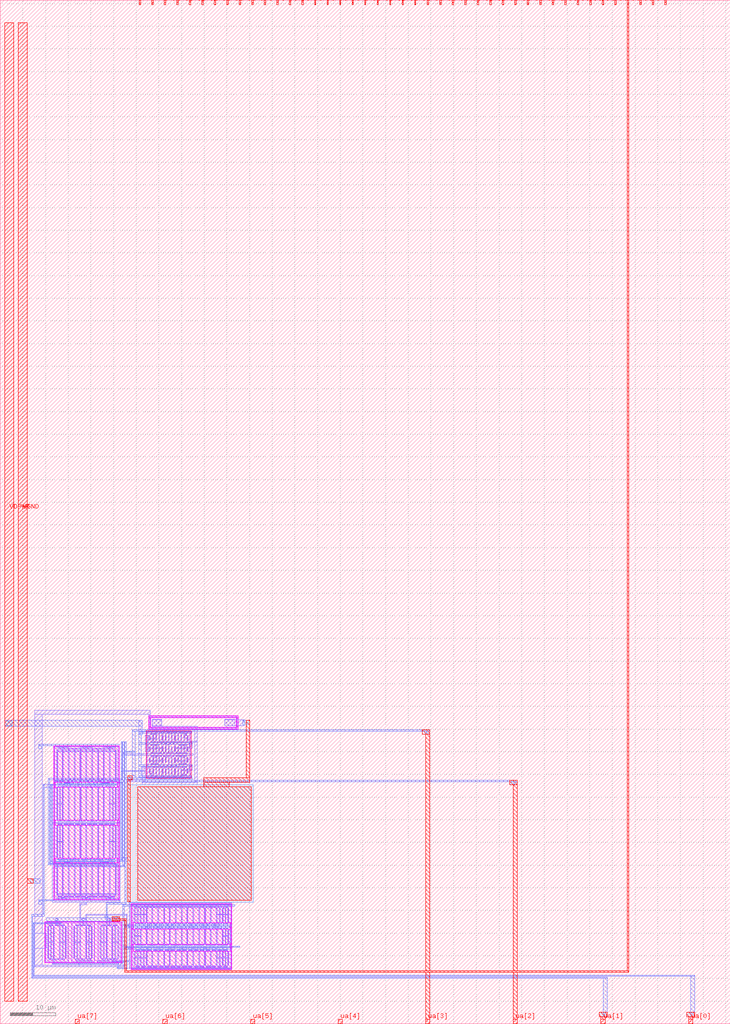
<source format=lef>
VERSION 5.7 ;
  NOWIREEXTENSIONATPIN ON ;
  DIVIDERCHAR "/" ;
  BUSBITCHARS "[]" ;
MACRO tt_um_lochidev_two_stage_opamp
  CLASS BLOCK ;
  FOREIGN tt_um_lochidev_two_stage_opamp ;
  ORIGIN 0.000 0.000 ;
  SIZE 161.000 BY 225.760 ;
  PIN clk
    PORT
      LAYER met4 ;
        RECT 143.830 224.760 144.130 225.760 ;
    END
  END clk
  PIN ena
    PORT
      LAYER met4 ;
        RECT 146.590 224.760 146.890 225.760 ;
    END
  END ena
  PIN rst_n
    PORT
      LAYER met4 ;
        RECT 141.070 224.760 141.370 225.760 ;
    END
  END rst_n
  PIN ua[0]
    ANTENNAGATEAREA 7.000000 ;
    ANTENNADIFFAREA 4.060000 ;
    PORT
      LAYER met4 ;
        RECT 151.810 0.000 152.710 1.000 ;
    END
  END ua[0]
  PIN ua[1]
    ANTENNAGATEAREA 226.000000 ;
    ANTENNADIFFAREA 122.163795 ;
    PORT
      LAYER met4 ;
        RECT 132.490 0.000 133.390 1.000 ;
    END
  END ua[1]
  PIN ua[2]
    ANTENNAGATEAREA 85.599998 ;
    ANTENNADIFFAREA 8.120000 ;
    PORT
      LAYER met4 ;
        RECT 113.170 0.000 114.070 1.000 ;
    END
  END ua[2]
  PIN ua[3]
    ANTENNAGATEAREA 85.599998 ;
    ANTENNADIFFAREA 8.120000 ;
    PORT
      LAYER met4 ;
        RECT 93.850 0.000 94.750 1.000 ;
    END
  END ua[3]
  PIN ua[4]
    PORT
      LAYER met4 ;
        RECT 74.530 0.000 75.430 1.000 ;
    END
  END ua[4]
  PIN ua[5]
    PORT
      LAYER met4 ;
        RECT 55.210 0.000 56.110 1.000 ;
    END
  END ua[5]
  PIN ua[6]
    PORT
      LAYER met4 ;
        RECT 35.890 0.000 36.790 1.000 ;
    END
  END ua[6]
  PIN ua[7]
    PORT
      LAYER met4 ;
        RECT 16.570 0.000 17.470 1.000 ;
    END
  END ua[7]
  PIN ui_in[0]
    ANTENNAGATEAREA 85.599998 ;
    ANTENNADIFFAREA 8.120000 ;
    PORT
      LAYER met4 ;
        RECT 138.310 224.760 138.610 225.760 ;
    END
  END ui_in[0]
  PIN ui_in[1]
    PORT
      LAYER met4 ;
        RECT 135.550 224.760 135.850 225.760 ;
    END
  END ui_in[1]
  PIN ui_in[2]
    PORT
      LAYER met4 ;
        RECT 132.790 224.760 133.090 225.760 ;
    END
  END ui_in[2]
  PIN ui_in[3]
    PORT
      LAYER met4 ;
        RECT 130.030 224.760 130.330 225.760 ;
    END
  END ui_in[3]
  PIN ui_in[4]
    PORT
      LAYER met4 ;
        RECT 127.270 224.760 127.570 225.760 ;
    END
  END ui_in[4]
  PIN ui_in[5]
    PORT
      LAYER met4 ;
        RECT 124.510 224.760 124.810 225.760 ;
    END
  END ui_in[5]
  PIN ui_in[6]
    PORT
      LAYER met4 ;
        RECT 121.750 224.760 122.050 225.760 ;
    END
  END ui_in[6]
  PIN ui_in[7]
    PORT
      LAYER met4 ;
        RECT 118.990 224.760 119.290 225.760 ;
    END
  END ui_in[7]
  PIN uio_in[0]
    PORT
      LAYER met4 ;
        RECT 116.230 224.760 116.530 225.760 ;
    END
  END uio_in[0]
  PIN uio_in[1]
    PORT
      LAYER met4 ;
        RECT 113.470 224.760 113.770 225.760 ;
    END
  END uio_in[1]
  PIN uio_in[2]
    PORT
      LAYER met4 ;
        RECT 110.710 224.760 111.010 225.760 ;
    END
  END uio_in[2]
  PIN uio_in[3]
    PORT
      LAYER met4 ;
        RECT 107.950 224.760 108.250 225.760 ;
    END
  END uio_in[3]
  PIN uio_in[4]
    PORT
      LAYER met4 ;
        RECT 105.190 224.760 105.490 225.760 ;
    END
  END uio_in[4]
  PIN uio_in[5]
    PORT
      LAYER met4 ;
        RECT 102.430 224.760 102.730 225.760 ;
    END
  END uio_in[5]
  PIN uio_in[6]
    PORT
      LAYER met4 ;
        RECT 99.670 224.760 99.970 225.760 ;
    END
  END uio_in[6]
  PIN uio_in[7]
    PORT
      LAYER met4 ;
        RECT 96.910 224.760 97.210 225.760 ;
    END
  END uio_in[7]
  PIN uio_oe[0]
    PORT
      LAYER met4 ;
        RECT 49.990 224.760 50.290 225.760 ;
    END
  END uio_oe[0]
  PIN uio_oe[1]
    PORT
      LAYER met4 ;
        RECT 47.230 224.760 47.530 225.760 ;
    END
  END uio_oe[1]
  PIN uio_oe[2]
    PORT
      LAYER met4 ;
        RECT 44.470 224.760 44.770 225.760 ;
    END
  END uio_oe[2]
  PIN uio_oe[3]
    PORT
      LAYER met4 ;
        RECT 41.710 224.760 42.010 225.760 ;
    END
  END uio_oe[3]
  PIN uio_oe[4]
    PORT
      LAYER met4 ;
        RECT 38.950 224.760 39.250 225.760 ;
    END
  END uio_oe[4]
  PIN uio_oe[5]
    PORT
      LAYER met4 ;
        RECT 36.190 224.760 36.490 225.760 ;
    END
  END uio_oe[5]
  PIN uio_oe[6]
    PORT
      LAYER met4 ;
        RECT 33.430 224.760 33.730 225.760 ;
    END
  END uio_oe[6]
  PIN uio_oe[7]
    PORT
      LAYER met4 ;
        RECT 30.670 224.760 30.970 225.760 ;
    END
  END uio_oe[7]
  PIN uio_out[0]
    PORT
      LAYER met4 ;
        RECT 72.070 224.760 72.370 225.760 ;
    END
  END uio_out[0]
  PIN uio_out[1]
    PORT
      LAYER met4 ;
        RECT 69.310 224.760 69.610 225.760 ;
    END
  END uio_out[1]
  PIN uio_out[2]
    PORT
      LAYER met4 ;
        RECT 66.550 224.760 66.850 225.760 ;
    END
  END uio_out[2]
  PIN uio_out[3]
    PORT
      LAYER met4 ;
        RECT 63.790 224.760 64.090 225.760 ;
    END
  END uio_out[3]
  PIN uio_out[4]
    PORT
      LAYER met4 ;
        RECT 61.030 224.760 61.330 225.760 ;
    END
  END uio_out[4]
  PIN uio_out[5]
    PORT
      LAYER met4 ;
        RECT 58.270 224.760 58.570 225.760 ;
    END
  END uio_out[5]
  PIN uio_out[6]
    PORT
      LAYER met4 ;
        RECT 55.510 224.760 55.810 225.760 ;
    END
  END uio_out[6]
  PIN uio_out[7]
    PORT
      LAYER met4 ;
        RECT 52.750 224.760 53.050 225.760 ;
    END
  END uio_out[7]
  PIN uo_out[0]
    PORT
      LAYER met4 ;
        RECT 94.150 224.760 94.450 225.760 ;
    END
  END uo_out[0]
  PIN uo_out[1]
    PORT
      LAYER met4 ;
        RECT 91.390 224.760 91.690 225.760 ;
    END
  END uo_out[1]
  PIN uo_out[2]
    PORT
      LAYER met4 ;
        RECT 88.630 224.760 88.930 225.760 ;
    END
  END uo_out[2]
  PIN uo_out[3]
    PORT
      LAYER met4 ;
        RECT 85.870 224.760 86.170 225.760 ;
    END
  END uo_out[3]
  PIN uo_out[4]
    PORT
      LAYER met4 ;
        RECT 83.110 224.760 83.410 225.760 ;
    END
  END uo_out[4]
  PIN uo_out[5]
    PORT
      LAYER met4 ;
        RECT 80.350 224.760 80.650 225.760 ;
    END
  END uo_out[5]
  PIN uo_out[6]
    PORT
      LAYER met4 ;
        RECT 77.590 224.760 77.890 225.760 ;
    END
  END uo_out[6]
  PIN uo_out[7]
    PORT
      LAYER met4 ;
        RECT 74.830 224.760 75.130 225.760 ;
    END
  END uo_out[7]
  PIN VDPWR
    ANTENNAGATEAREA 7.200000 ;
    ANTENNADIFFAREA 16.445799 ;
    PORT
      LAYER met4 ;
        RECT 1.000 5.000 3.000 220.760 ;
    END
  END VDPWR
  PIN VGND
    USE GROUND ;
    PORT
      LAYER met4 ;
        RECT 4.000 5.000 6.000 220.760 ;
    END
  END VGND
  OBS
      LAYER pwell ;
        RECT 32.730 67.470 52.450 67.900 ;
        RECT 32.730 65.360 33.160 67.470 ;
        RECT 52.020 65.360 52.450 67.470 ;
        RECT 32.730 64.930 52.450 65.360 ;
        RECT 11.755 53.230 26.225 61.360 ;
      LAYER nwell ;
        RECT 32.185 54.135 42.135 64.615 ;
      LAYER pwell ;
        RECT 11.755 52.150 12.185 53.230 ;
        RECT 25.795 52.150 26.225 53.230 ;
        RECT 11.755 44.890 26.225 52.150 ;
        RECT 11.755 43.810 12.185 44.890 ;
        RECT 25.795 43.810 26.225 44.890 ;
        RECT 11.755 36.550 26.225 43.810 ;
        RECT 11.755 35.470 12.185 36.550 ;
        RECT 25.795 35.470 26.225 36.550 ;
        RECT 11.755 27.340 26.225 35.470 ;
        RECT 9.760 13.480 26.820 22.480 ;
        RECT 28.895 22.295 51.105 26.425 ;
        RECT 28.895 20.795 29.325 22.295 ;
        RECT 50.675 20.795 51.105 22.295 ;
        RECT 28.895 17.535 51.105 20.795 ;
        RECT 28.895 16.035 29.325 17.535 ;
        RECT 50.675 16.035 51.105 17.535 ;
        RECT 28.895 11.905 51.105 16.035 ;
      LAYER li1 ;
        RECT 32.860 67.600 52.320 67.770 ;
        RECT 32.860 65.230 33.030 67.600 ;
        RECT 33.510 65.710 35.670 67.120 ;
        RECT 49.510 65.710 51.670 67.120 ;
        RECT 52.150 65.230 52.320 67.600 ;
        RECT 32.860 65.060 52.320 65.230 ;
        RECT 32.365 64.265 41.955 64.435 ;
        RECT 11.885 61.060 26.095 61.230 ;
        RECT 11.885 27.640 12.055 61.060 ;
        RECT 12.685 60.550 13.685 60.720 ;
        RECT 13.975 60.550 14.975 60.720 ;
        RECT 15.265 60.550 16.265 60.720 ;
        RECT 16.555 60.550 17.555 60.720 ;
        RECT 17.845 60.550 18.845 60.720 ;
        RECT 19.135 60.550 20.135 60.720 ;
        RECT 20.425 60.550 21.425 60.720 ;
        RECT 21.715 60.550 22.715 60.720 ;
        RECT 23.005 60.550 24.005 60.720 ;
        RECT 24.295 60.550 25.295 60.720 ;
        RECT 12.455 53.340 12.625 60.380 ;
        RECT 13.745 53.340 13.915 60.380 ;
        RECT 15.035 53.340 15.205 60.380 ;
        RECT 16.325 53.340 16.495 60.380 ;
        RECT 17.615 53.340 17.785 60.380 ;
        RECT 18.905 53.340 19.075 60.380 ;
        RECT 20.195 53.340 20.365 60.380 ;
        RECT 21.485 53.340 21.655 60.380 ;
        RECT 22.775 53.340 22.945 60.380 ;
        RECT 24.065 53.340 24.235 60.380 ;
        RECT 25.355 53.340 25.525 60.380 ;
        RECT 12.685 52.210 13.685 52.380 ;
        RECT 13.975 52.210 14.975 52.380 ;
        RECT 15.265 52.210 16.265 52.380 ;
        RECT 16.555 52.210 17.555 52.380 ;
        RECT 17.845 52.210 18.845 52.380 ;
        RECT 19.135 52.210 20.135 52.380 ;
        RECT 20.425 52.210 21.425 52.380 ;
        RECT 21.715 52.210 22.715 52.380 ;
        RECT 23.005 52.210 24.005 52.380 ;
        RECT 24.295 52.210 25.295 52.380 ;
        RECT 12.455 45.000 12.625 52.040 ;
        RECT 13.745 45.000 13.915 52.040 ;
        RECT 15.035 45.000 15.205 52.040 ;
        RECT 16.325 45.000 16.495 52.040 ;
        RECT 17.615 45.000 17.785 52.040 ;
        RECT 18.905 45.000 19.075 52.040 ;
        RECT 20.195 45.000 20.365 52.040 ;
        RECT 21.485 45.000 21.655 52.040 ;
        RECT 22.775 45.000 22.945 52.040 ;
        RECT 24.065 45.000 24.235 52.040 ;
        RECT 25.355 45.000 25.525 52.040 ;
        RECT 12.685 44.660 13.685 44.830 ;
        RECT 13.975 44.660 14.975 44.830 ;
        RECT 15.265 44.660 16.265 44.830 ;
        RECT 16.555 44.660 17.555 44.830 ;
        RECT 17.845 44.660 18.845 44.830 ;
        RECT 19.135 44.660 20.135 44.830 ;
        RECT 20.425 44.660 21.425 44.830 ;
        RECT 21.715 44.660 22.715 44.830 ;
        RECT 23.005 44.660 24.005 44.830 ;
        RECT 24.295 44.660 25.295 44.830 ;
        RECT 12.685 43.870 13.685 44.040 ;
        RECT 13.975 43.870 14.975 44.040 ;
        RECT 15.265 43.870 16.265 44.040 ;
        RECT 16.555 43.870 17.555 44.040 ;
        RECT 17.845 43.870 18.845 44.040 ;
        RECT 19.135 43.870 20.135 44.040 ;
        RECT 20.425 43.870 21.425 44.040 ;
        RECT 21.715 43.870 22.715 44.040 ;
        RECT 23.005 43.870 24.005 44.040 ;
        RECT 24.295 43.870 25.295 44.040 ;
        RECT 12.455 36.660 12.625 43.700 ;
        RECT 13.745 36.660 13.915 43.700 ;
        RECT 15.035 36.660 15.205 43.700 ;
        RECT 16.325 36.660 16.495 43.700 ;
        RECT 17.615 36.660 17.785 43.700 ;
        RECT 18.905 36.660 19.075 43.700 ;
        RECT 20.195 36.660 20.365 43.700 ;
        RECT 21.485 36.660 21.655 43.700 ;
        RECT 22.775 36.660 22.945 43.700 ;
        RECT 24.065 36.660 24.235 43.700 ;
        RECT 25.355 36.660 25.525 43.700 ;
        RECT 12.685 36.320 13.685 36.490 ;
        RECT 13.975 36.320 14.975 36.490 ;
        RECT 15.265 36.320 16.265 36.490 ;
        RECT 16.555 36.320 17.555 36.490 ;
        RECT 17.845 36.320 18.845 36.490 ;
        RECT 19.135 36.320 20.135 36.490 ;
        RECT 20.425 36.320 21.425 36.490 ;
        RECT 21.715 36.320 22.715 36.490 ;
        RECT 23.005 36.320 24.005 36.490 ;
        RECT 24.295 36.320 25.295 36.490 ;
        RECT 12.455 28.320 12.625 35.360 ;
        RECT 13.745 28.320 13.915 35.360 ;
        RECT 15.035 28.320 15.205 35.360 ;
        RECT 16.325 28.320 16.495 35.360 ;
        RECT 17.615 28.320 17.785 35.360 ;
        RECT 18.905 28.320 19.075 35.360 ;
        RECT 20.195 28.320 20.365 35.360 ;
        RECT 21.485 28.320 21.655 35.360 ;
        RECT 22.775 28.320 22.945 35.360 ;
        RECT 24.065 28.320 24.235 35.360 ;
        RECT 25.355 28.320 25.525 35.360 ;
        RECT 12.685 27.980 13.685 28.150 ;
        RECT 13.975 27.980 14.975 28.150 ;
        RECT 15.265 27.980 16.265 28.150 ;
        RECT 16.555 27.980 17.555 28.150 ;
        RECT 17.845 27.980 18.845 28.150 ;
        RECT 19.135 27.980 20.135 28.150 ;
        RECT 20.425 27.980 21.425 28.150 ;
        RECT 21.715 27.980 22.715 28.150 ;
        RECT 23.005 27.980 24.005 28.150 ;
        RECT 24.295 27.980 25.295 28.150 ;
        RECT 25.925 27.640 26.095 61.060 ;
        RECT 32.365 54.485 32.535 64.265 ;
        RECT 33.165 63.755 33.565 63.925 ;
        RECT 33.855 63.755 34.255 63.925 ;
        RECT 40.755 63.755 41.155 63.925 ;
        RECT 32.935 62.500 33.105 63.540 ;
        RECT 33.625 62.500 33.795 63.540 ;
        RECT 34.315 62.500 34.485 63.540 ;
        RECT 35.005 62.500 35.175 63.540 ;
        RECT 35.695 62.500 35.865 63.540 ;
        RECT 36.385 62.500 36.555 63.540 ;
        RECT 37.075 62.500 37.245 63.540 ;
        RECT 37.765 62.500 37.935 63.540 ;
        RECT 38.455 62.500 38.625 63.540 ;
        RECT 39.145 62.500 39.315 63.540 ;
        RECT 39.835 62.500 40.005 63.540 ;
        RECT 40.525 62.500 40.695 63.540 ;
        RECT 41.215 62.500 41.385 63.540 ;
        RECT 33.165 62.115 33.565 62.285 ;
        RECT 33.855 62.115 34.255 62.285 ;
        RECT 34.545 62.115 34.945 62.285 ;
        RECT 35.235 62.115 35.635 62.285 ;
        RECT 35.925 62.115 36.325 62.285 ;
        RECT 36.615 62.115 37.015 62.285 ;
        RECT 37.305 62.115 37.705 62.285 ;
        RECT 37.995 62.115 38.395 62.285 ;
        RECT 38.685 62.115 39.085 62.285 ;
        RECT 39.375 62.115 39.775 62.285 ;
        RECT 40.065 62.115 40.465 62.285 ;
        RECT 33.165 61.325 33.565 61.495 ;
        RECT 33.855 61.325 34.255 61.495 ;
        RECT 34.545 61.325 34.945 61.495 ;
        RECT 39.375 61.325 39.775 61.495 ;
        RECT 40.065 61.325 40.465 61.495 ;
        RECT 40.755 61.325 41.155 61.495 ;
        RECT 32.935 60.070 33.105 61.110 ;
        RECT 33.625 60.070 33.795 61.110 ;
        RECT 34.315 60.070 34.485 61.110 ;
        RECT 35.005 60.070 35.175 61.110 ;
        RECT 35.695 60.070 35.865 61.110 ;
        RECT 36.385 60.070 36.555 61.110 ;
        RECT 37.075 60.070 37.245 61.110 ;
        RECT 37.765 60.070 37.935 61.110 ;
        RECT 38.455 60.070 38.625 61.110 ;
        RECT 39.145 60.070 39.315 61.110 ;
        RECT 39.835 60.070 40.005 61.110 ;
        RECT 40.525 60.070 40.695 61.110 ;
        RECT 41.215 60.070 41.385 61.110 ;
        RECT 33.165 59.685 33.565 59.855 ;
        RECT 33.855 59.685 34.255 59.855 ;
        RECT 34.545 59.685 34.945 59.855 ;
        RECT 35.235 59.685 35.635 59.855 ;
        RECT 35.925 59.685 36.325 59.855 ;
        RECT 36.615 59.685 37.015 59.855 ;
        RECT 37.305 59.685 37.705 59.855 ;
        RECT 37.995 59.685 38.395 59.855 ;
        RECT 38.685 59.685 39.085 59.855 ;
        RECT 39.375 59.685 39.775 59.855 ;
        RECT 40.065 59.685 40.465 59.855 ;
        RECT 40.755 59.685 41.155 59.855 ;
        RECT 33.165 58.895 33.565 59.065 ;
        RECT 33.855 58.895 34.255 59.065 ;
        RECT 34.545 58.895 34.945 59.065 ;
        RECT 35.235 58.895 35.635 59.065 ;
        RECT 35.925 58.895 36.325 59.065 ;
        RECT 36.615 58.895 37.015 59.065 ;
        RECT 37.305 58.895 37.705 59.065 ;
        RECT 37.995 58.895 38.395 59.065 ;
        RECT 38.685 58.895 39.085 59.065 ;
        RECT 39.375 58.895 39.775 59.065 ;
        RECT 40.065 58.895 40.465 59.065 ;
        RECT 40.755 58.895 41.155 59.065 ;
        RECT 32.935 57.640 33.105 58.680 ;
        RECT 33.625 57.640 33.795 58.680 ;
        RECT 34.315 57.640 34.485 58.680 ;
        RECT 35.005 57.640 35.175 58.680 ;
        RECT 35.695 57.640 35.865 58.680 ;
        RECT 36.385 57.640 36.555 58.680 ;
        RECT 37.075 57.640 37.245 58.680 ;
        RECT 37.765 57.640 37.935 58.680 ;
        RECT 38.455 57.640 38.625 58.680 ;
        RECT 39.145 57.640 39.315 58.680 ;
        RECT 39.835 57.640 40.005 58.680 ;
        RECT 40.525 57.640 40.695 58.680 ;
        RECT 41.215 57.640 41.385 58.680 ;
        RECT 33.165 57.255 33.565 57.425 ;
        RECT 33.855 57.255 34.255 57.425 ;
        RECT 34.545 57.255 34.945 57.425 ;
        RECT 39.375 57.255 39.775 57.425 ;
        RECT 40.065 57.255 40.465 57.425 ;
        RECT 40.755 57.255 41.155 57.425 ;
        RECT 33.855 56.465 34.255 56.635 ;
        RECT 34.545 56.465 34.945 56.635 ;
        RECT 35.235 56.465 35.635 56.635 ;
        RECT 35.925 56.465 36.325 56.635 ;
        RECT 36.615 56.465 37.015 56.635 ;
        RECT 37.305 56.465 37.705 56.635 ;
        RECT 37.995 56.465 38.395 56.635 ;
        RECT 38.685 56.465 39.085 56.635 ;
        RECT 39.375 56.465 39.775 56.635 ;
        RECT 40.065 56.465 40.465 56.635 ;
        RECT 40.755 56.465 41.155 56.635 ;
        RECT 32.935 55.210 33.105 56.250 ;
        RECT 33.625 55.210 33.795 56.250 ;
        RECT 34.315 55.210 34.485 56.250 ;
        RECT 35.005 55.210 35.175 56.250 ;
        RECT 35.695 55.210 35.865 56.250 ;
        RECT 36.385 55.210 36.555 56.250 ;
        RECT 37.075 55.210 37.245 56.250 ;
        RECT 37.765 55.210 37.935 56.250 ;
        RECT 38.455 55.210 38.625 56.250 ;
        RECT 39.145 55.210 39.315 56.250 ;
        RECT 39.835 55.210 40.005 56.250 ;
        RECT 40.525 55.210 40.695 56.250 ;
        RECT 41.215 55.210 41.385 56.250 ;
        RECT 33.165 54.825 33.565 54.995 ;
        RECT 40.065 54.825 40.465 54.995 ;
        RECT 40.755 54.825 41.155 54.995 ;
        RECT 41.785 54.485 41.955 64.265 ;
        RECT 32.365 54.315 41.955 54.485 ;
        RECT 11.885 27.470 26.095 27.640 ;
        RECT 29.025 26.125 50.975 26.295 ;
        RECT 9.890 22.180 15.070 22.350 ;
        RECT 9.890 13.780 10.060 22.180 ;
        RECT 10.690 21.670 11.690 21.840 ;
        RECT 11.980 21.670 12.980 21.840 ;
        RECT 13.270 21.670 14.270 21.840 ;
        RECT 10.460 14.460 10.630 21.500 ;
        RECT 11.750 14.460 11.920 21.500 ;
        RECT 13.040 14.460 13.210 21.500 ;
        RECT 14.330 14.460 14.500 21.500 ;
        RECT 10.690 14.120 11.690 14.290 ;
        RECT 11.980 14.120 12.980 14.290 ;
        RECT 13.270 14.120 14.270 14.290 ;
        RECT 14.900 13.780 15.070 22.180 ;
        RECT 9.890 13.610 15.070 13.780 ;
        RECT 15.700 22.180 20.880 22.350 ;
        RECT 15.700 13.780 15.870 22.180 ;
        RECT 16.500 21.670 17.500 21.840 ;
        RECT 17.790 21.670 18.790 21.840 ;
        RECT 19.080 21.670 20.080 21.840 ;
        RECT 16.270 14.460 16.440 21.500 ;
        RECT 17.560 14.460 17.730 21.500 ;
        RECT 18.850 14.460 19.020 21.500 ;
        RECT 20.140 14.460 20.310 21.500 ;
        RECT 16.500 14.120 17.500 14.290 ;
        RECT 17.790 14.120 18.790 14.290 ;
        RECT 19.080 14.120 20.080 14.290 ;
        RECT 20.710 13.780 20.880 22.180 ;
        RECT 15.700 13.610 20.880 13.780 ;
        RECT 21.510 22.180 26.690 22.350 ;
        RECT 21.510 13.780 21.680 22.180 ;
        RECT 22.310 21.670 23.310 21.840 ;
        RECT 23.600 21.670 24.600 21.840 ;
        RECT 24.890 21.670 25.890 21.840 ;
        RECT 22.080 14.460 22.250 21.500 ;
        RECT 23.370 14.460 23.540 21.500 ;
        RECT 24.660 14.460 24.830 21.500 ;
        RECT 25.950 14.460 26.120 21.500 ;
        RECT 22.310 14.120 23.310 14.290 ;
        RECT 23.600 14.120 24.600 14.290 ;
        RECT 24.890 14.120 25.890 14.290 ;
        RECT 26.520 13.780 26.690 22.180 ;
        RECT 21.510 13.610 26.690 13.780 ;
        RECT 29.025 12.205 29.195 26.125 ;
        RECT 29.825 25.615 30.825 25.785 ;
        RECT 31.115 25.615 32.115 25.785 ;
        RECT 32.405 25.615 33.405 25.785 ;
        RECT 33.695 25.615 34.695 25.785 ;
        RECT 34.985 25.615 35.985 25.785 ;
        RECT 36.275 25.615 37.275 25.785 ;
        RECT 37.565 25.615 38.565 25.785 ;
        RECT 38.855 25.615 39.855 25.785 ;
        RECT 40.145 25.615 41.145 25.785 ;
        RECT 41.435 25.615 42.435 25.785 ;
        RECT 42.725 25.615 43.725 25.785 ;
        RECT 44.015 25.615 45.015 25.785 ;
        RECT 45.305 25.615 46.305 25.785 ;
        RECT 46.595 25.615 47.595 25.785 ;
        RECT 47.885 25.615 48.885 25.785 ;
        RECT 49.175 25.615 50.175 25.785 ;
        RECT 29.595 22.405 29.765 25.445 ;
        RECT 30.885 22.405 31.055 25.445 ;
        RECT 32.175 22.405 32.345 25.445 ;
        RECT 33.465 22.405 33.635 25.445 ;
        RECT 34.755 22.405 34.925 25.445 ;
        RECT 36.045 22.405 36.215 25.445 ;
        RECT 37.335 22.405 37.505 25.445 ;
        RECT 38.625 22.405 38.795 25.445 ;
        RECT 39.915 22.405 40.085 25.445 ;
        RECT 41.205 22.405 41.375 25.445 ;
        RECT 42.495 22.405 42.665 25.445 ;
        RECT 43.785 22.405 43.955 25.445 ;
        RECT 45.075 22.405 45.245 25.445 ;
        RECT 46.365 22.405 46.535 25.445 ;
        RECT 47.655 22.405 47.825 25.445 ;
        RECT 48.945 22.405 49.115 25.445 ;
        RECT 50.235 22.405 50.405 25.445 ;
        RECT 29.825 22.065 30.825 22.235 ;
        RECT 31.115 22.065 32.115 22.235 ;
        RECT 32.405 22.065 33.405 22.235 ;
        RECT 33.695 22.065 34.695 22.235 ;
        RECT 34.985 22.065 35.985 22.235 ;
        RECT 36.275 22.065 37.275 22.235 ;
        RECT 37.565 22.065 38.565 22.235 ;
        RECT 38.855 22.065 39.855 22.235 ;
        RECT 40.145 22.065 41.145 22.235 ;
        RECT 41.435 22.065 42.435 22.235 ;
        RECT 42.725 22.065 43.725 22.235 ;
        RECT 44.015 22.065 45.015 22.235 ;
        RECT 45.305 22.065 46.305 22.235 ;
        RECT 46.595 22.065 47.595 22.235 ;
        RECT 47.885 22.065 48.885 22.235 ;
        RECT 49.175 22.065 50.175 22.235 ;
        RECT 29.825 20.855 30.825 21.025 ;
        RECT 31.115 20.855 32.115 21.025 ;
        RECT 32.405 20.855 33.405 21.025 ;
        RECT 33.695 20.855 34.695 21.025 ;
        RECT 34.985 20.855 35.985 21.025 ;
        RECT 36.275 20.855 37.275 21.025 ;
        RECT 37.565 20.855 38.565 21.025 ;
        RECT 38.855 20.855 39.855 21.025 ;
        RECT 40.145 20.855 41.145 21.025 ;
        RECT 41.435 20.855 42.435 21.025 ;
        RECT 42.725 20.855 43.725 21.025 ;
        RECT 44.015 20.855 45.015 21.025 ;
        RECT 45.305 20.855 46.305 21.025 ;
        RECT 46.595 20.855 47.595 21.025 ;
        RECT 47.885 20.855 48.885 21.025 ;
        RECT 49.175 20.855 50.175 21.025 ;
        RECT 29.595 17.645 29.765 20.685 ;
        RECT 30.885 17.645 31.055 20.685 ;
        RECT 32.175 17.645 32.345 20.685 ;
        RECT 33.465 17.645 33.635 20.685 ;
        RECT 34.755 17.645 34.925 20.685 ;
        RECT 36.045 17.645 36.215 20.685 ;
        RECT 37.335 17.645 37.505 20.685 ;
        RECT 38.625 17.645 38.795 20.685 ;
        RECT 39.915 17.645 40.085 20.685 ;
        RECT 41.205 17.645 41.375 20.685 ;
        RECT 42.495 17.645 42.665 20.685 ;
        RECT 43.785 17.645 43.955 20.685 ;
        RECT 45.075 17.645 45.245 20.685 ;
        RECT 46.365 17.645 46.535 20.685 ;
        RECT 47.655 17.645 47.825 20.685 ;
        RECT 48.945 17.645 49.115 20.685 ;
        RECT 50.235 17.645 50.405 20.685 ;
        RECT 29.825 17.305 30.825 17.475 ;
        RECT 31.115 17.305 32.115 17.475 ;
        RECT 32.405 17.305 33.405 17.475 ;
        RECT 33.695 17.305 34.695 17.475 ;
        RECT 34.985 17.305 35.985 17.475 ;
        RECT 36.275 17.305 37.275 17.475 ;
        RECT 37.565 17.305 38.565 17.475 ;
        RECT 38.855 17.305 39.855 17.475 ;
        RECT 40.145 17.305 41.145 17.475 ;
        RECT 41.435 17.305 42.435 17.475 ;
        RECT 42.725 17.305 43.725 17.475 ;
        RECT 44.015 17.305 45.015 17.475 ;
        RECT 45.305 17.305 46.305 17.475 ;
        RECT 46.595 17.305 47.595 17.475 ;
        RECT 47.885 17.305 48.885 17.475 ;
        RECT 49.175 17.305 50.175 17.475 ;
        RECT 29.825 16.095 30.825 16.265 ;
        RECT 31.115 16.095 32.115 16.265 ;
        RECT 32.405 16.095 33.405 16.265 ;
        RECT 33.695 16.095 34.695 16.265 ;
        RECT 34.985 16.095 35.985 16.265 ;
        RECT 36.275 16.095 37.275 16.265 ;
        RECT 37.565 16.095 38.565 16.265 ;
        RECT 38.855 16.095 39.855 16.265 ;
        RECT 40.145 16.095 41.145 16.265 ;
        RECT 41.435 16.095 42.435 16.265 ;
        RECT 42.725 16.095 43.725 16.265 ;
        RECT 44.015 16.095 45.015 16.265 ;
        RECT 45.305 16.095 46.305 16.265 ;
        RECT 46.595 16.095 47.595 16.265 ;
        RECT 47.885 16.095 48.885 16.265 ;
        RECT 49.175 16.095 50.175 16.265 ;
        RECT 29.595 12.885 29.765 15.925 ;
        RECT 30.885 12.885 31.055 15.925 ;
        RECT 32.175 12.885 32.345 15.925 ;
        RECT 33.465 12.885 33.635 15.925 ;
        RECT 34.755 12.885 34.925 15.925 ;
        RECT 36.045 12.885 36.215 15.925 ;
        RECT 37.335 12.885 37.505 15.925 ;
        RECT 38.625 12.885 38.795 15.925 ;
        RECT 39.915 12.885 40.085 15.925 ;
        RECT 41.205 12.885 41.375 15.925 ;
        RECT 42.495 12.885 42.665 15.925 ;
        RECT 43.785 12.885 43.955 15.925 ;
        RECT 45.075 12.885 45.245 15.925 ;
        RECT 46.365 12.885 46.535 15.925 ;
        RECT 47.655 12.885 47.825 15.925 ;
        RECT 48.945 12.885 49.115 15.925 ;
        RECT 50.235 12.885 50.405 15.925 ;
        RECT 29.825 12.545 30.825 12.715 ;
        RECT 31.115 12.545 32.115 12.715 ;
        RECT 32.405 12.545 33.405 12.715 ;
        RECT 33.695 12.545 34.695 12.715 ;
        RECT 34.985 12.545 35.985 12.715 ;
        RECT 36.275 12.545 37.275 12.715 ;
        RECT 37.565 12.545 38.565 12.715 ;
        RECT 38.855 12.545 39.855 12.715 ;
        RECT 40.145 12.545 41.145 12.715 ;
        RECT 41.435 12.545 42.435 12.715 ;
        RECT 42.725 12.545 43.725 12.715 ;
        RECT 44.015 12.545 45.015 12.715 ;
        RECT 45.305 12.545 46.305 12.715 ;
        RECT 46.595 12.545 47.595 12.715 ;
        RECT 47.885 12.545 48.885 12.715 ;
        RECT 49.175 12.545 50.175 12.715 ;
        RECT 50.805 12.205 50.975 26.125 ;
        RECT 29.025 12.035 50.975 12.205 ;
      LAYER met1 ;
        RECT 7.660 68.260 33.085 69.165 ;
        RECT 7.660 19.955 9.310 68.260 ;
        RECT 30.500 63.775 31.280 66.890 ;
        RECT 32.805 66.025 33.085 68.260 ;
        RECT 33.540 65.615 35.645 67.070 ;
        RECT 49.535 65.760 53.820 67.070 ;
        RECT 33.540 64.935 43.460 65.615 ;
        RECT 33.970 64.515 34.830 64.795 ;
        RECT 35.350 64.515 36.210 64.795 ;
        RECT 36.730 64.515 37.590 64.795 ;
        RECT 38.110 64.515 38.970 64.795 ;
        RECT 39.490 64.515 40.350 64.795 ;
        RECT 34.285 63.955 34.515 64.515 ;
        RECT 34.660 64.095 35.520 64.375 ;
        RECT 33.185 63.725 34.515 63.955 ;
        RECT 31.935 61.945 32.660 63.575 ;
        RECT 32.905 62.925 33.135 63.520 ;
        RECT 33.595 62.925 33.825 63.725 ;
        RECT 34.285 62.925 34.515 63.725 ;
        RECT 32.905 62.755 34.515 62.925 ;
        RECT 32.905 62.520 33.135 62.755 ;
        RECT 33.595 62.315 33.825 62.755 ;
        RECT 34.285 62.520 34.515 62.755 ;
        RECT 34.975 62.520 35.205 64.095 ;
        RECT 35.665 62.520 35.895 64.515 ;
        RECT 36.040 64.095 36.900 64.375 ;
        RECT 36.355 62.520 36.585 64.095 ;
        RECT 37.045 62.520 37.275 64.515 ;
        RECT 37.420 64.095 38.280 64.375 ;
        RECT 37.735 62.520 37.965 64.095 ;
        RECT 38.425 62.520 38.655 64.515 ;
        RECT 38.800 64.095 39.660 64.375 ;
        RECT 39.115 62.520 39.345 64.095 ;
        RECT 39.805 62.520 40.035 64.515 ;
        RECT 40.180 64.095 41.040 64.375 ;
        RECT 40.495 63.955 40.725 64.095 ;
        RECT 40.495 63.755 41.135 63.955 ;
        RECT 40.495 63.520 41.185 63.755 ;
        RECT 40.495 63.115 41.415 63.520 ;
        RECT 40.495 62.520 40.725 63.115 ;
        RECT 41.185 62.520 41.415 63.115 ;
        RECT 42.860 62.315 43.460 64.935 ;
        RECT 33.185 62.085 34.235 62.315 ;
        RECT 34.565 62.085 43.460 62.315 ;
        RECT 31.935 61.665 32.880 61.945 ;
        RECT 35.350 61.665 36.210 61.945 ;
        RECT 13.540 61.285 14.120 61.355 ;
        RECT 18.700 61.285 19.280 61.355 ;
        RECT 23.860 61.285 24.440 61.355 ;
        RECT 12.470 61.005 15.190 61.285 ;
        RECT 17.630 61.005 20.350 61.285 ;
        RECT 22.790 61.005 25.510 61.285 ;
        RECT 13.540 60.935 14.120 61.005 ;
        RECT 18.700 60.935 19.280 61.005 ;
        RECT 23.860 60.935 24.440 61.005 ;
        RECT 13.665 60.750 13.995 60.935 ;
        RECT 18.825 60.750 19.155 60.935 ;
        RECT 23.985 60.750 24.315 60.935 ;
        RECT 12.705 60.520 25.275 60.750 ;
        RECT 12.425 60.185 12.655 60.360 ;
        RECT 13.715 60.185 13.945 60.520 ;
        RECT 15.005 60.185 15.235 60.360 ;
        RECT 16.295 60.185 16.525 60.360 ;
        RECT 17.585 60.185 17.815 60.360 ;
        RECT 18.875 60.185 19.105 60.520 ;
        RECT 20.165 60.185 20.395 60.360 ;
        RECT 21.455 60.185 21.685 60.360 ;
        RECT 22.745 60.185 22.975 60.360 ;
        RECT 24.035 60.185 24.265 60.520 ;
        RECT 25.325 60.185 25.555 60.360 ;
        RECT 12.425 60.015 25.555 60.185 ;
        RECT 31.935 60.035 32.660 61.665 ;
        RECT 33.185 61.295 34.925 61.525 ;
        RECT 32.905 60.855 33.135 61.090 ;
        RECT 33.595 60.855 33.825 61.295 ;
        RECT 34.285 60.855 34.515 61.295 ;
        RECT 34.975 60.855 35.205 61.090 ;
        RECT 35.665 60.855 35.895 61.665 ;
        RECT 32.905 60.685 35.895 60.855 ;
        RECT 32.905 60.090 33.135 60.685 ;
        RECT 12.425 53.360 12.655 60.015 ;
        RECT 12.795 53.390 13.575 53.670 ;
        RECT 13.160 52.830 13.390 53.390 ;
        RECT 13.715 53.360 13.945 60.015 ;
        RECT 15.005 53.360 15.235 60.015 ;
        RECT 15.375 53.810 16.155 54.090 ;
        RECT 14.085 53.185 14.865 53.250 ;
        RECT 14.085 53.035 15.435 53.185 ;
        RECT 14.085 52.970 14.865 53.035 ;
        RECT 9.475 52.050 11.340 52.830 ;
        RECT 11.480 44.490 11.760 52.830 ;
        RECT 13.160 52.600 13.945 52.830 ;
        RECT 12.705 52.180 13.575 52.410 ;
        RECT 12.425 48.605 12.655 52.020 ;
        RECT 13.090 48.605 13.280 52.180 ;
        RECT 13.715 48.605 13.945 52.600 ;
        RECT 14.085 52.550 14.865 52.830 ;
        RECT 14.380 52.410 14.570 52.550 ;
        RECT 15.285 52.410 15.435 53.035 ;
        RECT 15.740 52.830 15.970 53.810 ;
        RECT 16.295 53.360 16.525 60.015 ;
        RECT 17.585 53.360 17.815 60.015 ;
        RECT 18.875 53.360 19.105 60.015 ;
        RECT 19.245 53.390 20.025 53.670 ;
        RECT 16.665 52.970 17.445 53.250 ;
        RECT 15.740 52.600 16.525 52.830 ;
        RECT 14.085 52.180 14.955 52.410 ;
        RECT 15.285 52.180 16.155 52.410 ;
        RECT 12.425 48.435 13.945 48.605 ;
        RECT 12.425 45.020 12.655 48.435 ;
        RECT 13.090 44.860 13.280 48.435 ;
        RECT 13.715 45.020 13.945 48.435 ;
        RECT 12.705 44.630 13.665 44.860 ;
        RECT 13.995 44.630 14.865 44.860 ;
        RECT 15.005 44.490 15.235 52.020 ;
        RECT 16.295 45.020 16.525 52.600 ;
        RECT 16.960 52.410 17.150 52.970 ;
        RECT 19.430 52.830 19.660 53.390 ;
        RECT 20.165 53.360 20.395 60.015 ;
        RECT 21.455 53.360 21.685 60.015 ;
        RECT 21.825 53.810 22.605 54.090 ;
        RECT 20.535 52.970 21.315 53.250 ;
        RECT 17.290 52.550 18.080 52.830 ;
        RECT 17.865 52.410 18.080 52.550 ;
        RECT 18.875 52.600 19.660 52.830 ;
        RECT 16.665 52.180 17.535 52.410 ;
        RECT 17.865 52.180 18.735 52.410 ;
        RECT 15.375 44.630 16.245 44.860 ;
        RECT 16.575 44.630 17.445 44.860 ;
        RECT 17.585 44.490 17.815 52.020 ;
        RECT 18.875 45.020 19.105 52.600 ;
        RECT 19.900 52.550 20.690 52.830 ;
        RECT 19.900 52.410 20.115 52.550 ;
        RECT 20.830 52.410 21.020 52.970 ;
        RECT 22.010 52.830 22.240 53.810 ;
        RECT 22.745 53.360 22.975 60.015 ;
        RECT 24.035 53.360 24.265 60.015 ;
        RECT 24.405 53.390 25.185 53.670 ;
        RECT 23.115 53.185 23.895 53.250 ;
        RECT 21.455 52.600 22.240 52.830 ;
        RECT 22.545 53.035 23.895 53.185 ;
        RECT 19.245 52.180 20.115 52.410 ;
        RECT 20.445 52.180 21.315 52.410 ;
        RECT 17.955 44.630 18.825 44.860 ;
        RECT 19.155 44.630 20.025 44.860 ;
        RECT 20.165 44.490 20.395 52.020 ;
        RECT 21.455 45.020 21.685 52.600 ;
        RECT 22.545 52.410 22.695 53.035 ;
        RECT 23.115 52.970 23.895 53.035 ;
        RECT 24.590 52.830 24.820 53.390 ;
        RECT 25.325 53.360 25.555 60.015 ;
        RECT 27.060 59.515 27.340 59.900 ;
        RECT 33.595 59.885 33.825 60.685 ;
        RECT 34.285 59.885 34.515 60.685 ;
        RECT 34.975 60.090 35.205 60.685 ;
        RECT 35.665 60.090 35.895 60.685 ;
        RECT 36.355 60.090 36.585 62.085 ;
        RECT 36.730 61.665 37.590 61.945 ;
        RECT 38.110 61.665 38.970 61.945 ;
        RECT 37.045 60.090 37.275 61.665 ;
        RECT 37.735 59.885 37.965 61.090 ;
        RECT 38.425 60.855 38.655 61.665 ;
        RECT 39.395 61.295 41.135 61.525 ;
        RECT 39.115 60.855 39.345 61.090 ;
        RECT 39.805 60.855 40.035 61.295 ;
        RECT 40.495 60.855 40.725 61.295 ;
        RECT 41.185 60.855 41.415 61.090 ;
        RECT 38.425 60.685 41.415 60.855 ;
        RECT 41.660 60.765 42.385 61.945 ;
        RECT 38.425 60.090 38.655 60.685 ;
        RECT 39.115 60.090 39.345 60.685 ;
        RECT 39.805 59.885 40.035 60.685 ;
        RECT 40.495 59.885 40.725 60.685 ;
        RECT 41.185 60.090 41.415 60.685 ;
        RECT 33.185 59.655 35.615 59.885 ;
        RECT 35.945 59.515 38.375 59.885 ;
        RECT 38.705 59.655 41.135 59.885 ;
        RECT 27.060 59.235 42.605 59.515 ;
        RECT 27.060 58.770 27.340 59.235 ;
        RECT 33.185 58.865 35.615 59.095 ;
        RECT 35.945 58.865 38.375 59.235 ;
        RECT 38.705 58.865 41.135 59.095 ;
        RECT 32.905 58.065 33.135 58.660 ;
        RECT 33.595 58.065 33.825 58.865 ;
        RECT 34.285 58.065 34.515 58.865 ;
        RECT 34.975 58.065 35.205 58.660 ;
        RECT 35.665 58.065 35.895 58.660 ;
        RECT 32.905 57.895 35.895 58.065 ;
        RECT 32.905 57.660 33.135 57.895 ;
        RECT 33.595 57.455 33.825 57.895 ;
        RECT 34.285 57.455 34.515 57.895 ;
        RECT 34.975 57.660 35.205 57.895 ;
        RECT 33.185 57.225 34.925 57.455 ;
        RECT 35.665 57.085 35.895 57.895 ;
        RECT 36.355 57.660 36.585 58.865 ;
        RECT 37.045 57.085 37.275 58.660 ;
        RECT 35.350 56.805 36.210 57.085 ;
        RECT 36.730 56.805 37.590 57.085 ;
        RECT 37.735 56.665 37.965 58.660 ;
        RECT 38.425 58.065 38.655 58.660 ;
        RECT 39.115 58.065 39.345 58.660 ;
        RECT 39.805 58.065 40.035 58.865 ;
        RECT 40.495 58.065 40.725 58.865 ;
        RECT 41.185 58.065 41.415 58.660 ;
        RECT 38.425 57.895 41.415 58.065 ;
        RECT 38.425 57.085 38.655 57.895 ;
        RECT 39.115 57.660 39.345 57.895 ;
        RECT 39.805 57.455 40.035 57.895 ;
        RECT 40.495 57.455 40.725 57.895 ;
        RECT 41.185 57.660 41.415 57.895 ;
        RECT 39.395 57.225 41.135 57.455 ;
        RECT 38.110 56.805 38.970 57.085 ;
        RECT 31.270 56.435 39.755 56.665 ;
        RECT 40.085 56.435 41.135 56.665 ;
        RECT 26.640 55.825 26.920 56.255 ;
        RECT 31.270 55.825 31.930 56.435 ;
        RECT 26.640 55.655 31.930 55.825 ;
        RECT 26.640 55.125 26.920 55.655 ;
        RECT 27.785 53.420 30.715 53.700 ;
        RECT 23.115 52.550 23.895 52.830 ;
        RECT 24.035 52.600 24.820 52.830 ;
        RECT 23.410 52.410 23.600 52.550 ;
        RECT 21.825 52.180 22.695 52.410 ;
        RECT 23.025 52.180 23.895 52.410 ;
        RECT 20.535 44.630 21.405 44.860 ;
        RECT 21.735 44.630 22.605 44.860 ;
        RECT 22.745 44.490 22.975 52.020 ;
        RECT 24.035 48.605 24.265 52.600 ;
        RECT 24.405 52.180 25.275 52.410 ;
        RECT 24.700 48.605 24.890 52.180 ;
        RECT 25.325 48.605 25.555 52.020 ;
        RECT 24.035 48.435 25.555 48.605 ;
        RECT 24.035 45.020 24.265 48.435 ;
        RECT 24.700 44.860 24.890 48.435 ;
        RECT 25.325 45.020 25.555 48.435 ;
        RECT 23.115 44.630 23.985 44.860 ;
        RECT 24.315 44.630 25.275 44.860 ;
        RECT 26.220 44.490 26.500 53.200 ;
        RECT 11.480 44.210 26.500 44.490 ;
        RECT 11.480 27.105 11.760 44.210 ;
        RECT 12.705 43.840 13.665 44.070 ;
        RECT 13.995 43.840 14.865 44.070 ;
        RECT 12.425 40.265 12.655 43.680 ;
        RECT 13.090 40.265 13.280 43.840 ;
        RECT 13.715 40.265 13.945 43.680 ;
        RECT 12.425 40.095 13.945 40.265 ;
        RECT 12.425 36.680 12.655 40.095 ;
        RECT 13.090 36.520 13.280 40.095 ;
        RECT 12.705 36.290 13.575 36.520 ;
        RECT 13.715 36.100 13.945 40.095 ;
        RECT 15.005 36.680 15.235 44.210 ;
        RECT 15.375 43.840 16.245 44.070 ;
        RECT 16.575 43.840 17.445 44.070 ;
        RECT 14.085 36.290 14.955 36.520 ;
        RECT 15.285 36.290 16.155 36.520 ;
        RECT 14.380 36.150 14.570 36.290 ;
        RECT 13.160 35.870 13.945 36.100 ;
        RECT 14.085 35.870 14.865 36.150 ;
        RECT 12.425 28.685 12.655 35.340 ;
        RECT 13.160 35.310 13.390 35.870 ;
        RECT 14.085 35.665 14.865 35.730 ;
        RECT 15.285 35.665 15.435 36.290 ;
        RECT 16.295 36.100 16.525 43.680 ;
        RECT 17.585 36.680 17.815 44.210 ;
        RECT 17.955 43.840 18.825 44.070 ;
        RECT 19.155 43.840 20.025 44.070 ;
        RECT 16.665 36.290 17.535 36.520 ;
        RECT 17.865 36.290 18.735 36.520 ;
        RECT 14.085 35.515 15.435 35.665 ;
        RECT 15.740 35.870 16.525 36.100 ;
        RECT 14.085 35.450 14.865 35.515 ;
        RECT 12.795 35.030 13.575 35.310 ;
        RECT 13.715 28.685 13.945 35.340 ;
        RECT 15.005 28.685 15.235 35.340 ;
        RECT 15.740 34.890 15.970 35.870 ;
        RECT 16.960 35.730 17.150 36.290 ;
        RECT 17.865 36.150 18.080 36.290 ;
        RECT 17.290 35.870 18.080 36.150 ;
        RECT 18.875 36.100 19.105 43.680 ;
        RECT 20.165 36.680 20.395 44.210 ;
        RECT 20.535 43.840 21.405 44.070 ;
        RECT 21.735 43.840 22.605 44.070 ;
        RECT 19.245 36.290 20.115 36.520 ;
        RECT 20.445 36.290 21.315 36.520 ;
        RECT 18.320 35.870 19.105 36.100 ;
        RECT 19.900 36.150 20.115 36.290 ;
        RECT 19.900 35.870 20.690 36.150 ;
        RECT 16.665 35.450 17.445 35.730 ;
        RECT 15.375 34.610 16.155 34.890 ;
        RECT 16.295 28.685 16.525 35.340 ;
        RECT 17.585 28.685 17.815 35.340 ;
        RECT 18.320 35.310 18.550 35.870 ;
        RECT 20.830 35.730 21.020 36.290 ;
        RECT 21.455 36.100 21.685 43.680 ;
        RECT 22.745 36.680 22.975 44.210 ;
        RECT 23.115 43.840 23.985 44.070 ;
        RECT 24.315 43.840 25.275 44.070 ;
        RECT 24.035 40.265 24.265 43.680 ;
        RECT 24.700 40.265 24.890 43.840 ;
        RECT 25.325 40.265 25.555 43.680 ;
        RECT 24.035 40.095 25.555 40.265 ;
        RECT 21.825 36.290 22.695 36.520 ;
        RECT 23.025 36.290 23.895 36.520 ;
        RECT 21.455 35.870 22.240 36.100 ;
        RECT 20.535 35.450 21.315 35.730 ;
        RECT 17.955 35.030 18.735 35.310 ;
        RECT 18.875 28.685 19.105 35.340 ;
        RECT 20.165 28.685 20.395 35.340 ;
        RECT 21.455 28.685 21.685 35.340 ;
        RECT 22.010 34.890 22.240 35.870 ;
        RECT 22.545 35.665 22.695 36.290 ;
        RECT 23.410 36.150 23.600 36.290 ;
        RECT 23.115 35.870 23.895 36.150 ;
        RECT 24.035 36.100 24.265 40.095 ;
        RECT 24.700 36.520 24.890 40.095 ;
        RECT 25.325 36.680 25.555 40.095 ;
        RECT 24.405 36.290 25.275 36.520 ;
        RECT 24.035 35.870 24.820 36.100 ;
        RECT 23.115 35.665 23.895 35.730 ;
        RECT 22.545 35.515 23.895 35.665 ;
        RECT 23.115 35.450 23.895 35.515 ;
        RECT 21.825 34.610 22.605 34.890 ;
        RECT 22.745 28.685 22.975 35.340 ;
        RECT 24.035 28.685 24.265 35.340 ;
        RECT 24.590 35.310 24.820 35.870 ;
        RECT 24.405 35.030 25.185 35.310 ;
        RECT 25.325 28.685 25.555 35.340 ;
        RECT 12.425 28.515 25.555 28.685 ;
        RECT 12.425 28.340 12.655 28.515 ;
        RECT 13.715 28.180 13.945 28.515 ;
        RECT 15.005 28.340 15.235 28.515 ;
        RECT 16.295 28.340 16.525 28.515 ;
        RECT 17.585 28.340 17.815 28.515 ;
        RECT 18.875 28.180 19.105 28.515 ;
        RECT 20.165 28.340 20.395 28.515 ;
        RECT 21.455 28.340 21.685 28.515 ;
        RECT 22.745 28.340 22.975 28.515 ;
        RECT 24.035 28.180 24.265 28.515 ;
        RECT 25.325 28.340 25.555 28.515 ;
        RECT 12.705 27.950 25.275 28.180 ;
        RECT 13.665 27.765 13.995 27.950 ;
        RECT 18.825 27.765 19.155 27.950 ;
        RECT 23.985 27.765 24.315 27.950 ;
        RECT 13.540 27.695 14.120 27.765 ;
        RECT 18.700 27.695 19.280 27.765 ;
        RECT 23.860 27.695 24.440 27.765 ;
        RECT 12.470 27.415 15.190 27.695 ;
        RECT 17.630 27.415 20.350 27.695 ;
        RECT 22.790 27.415 25.510 27.695 ;
        RECT 13.540 27.345 14.120 27.415 ;
        RECT 18.700 27.345 19.280 27.415 ;
        RECT 23.860 27.345 24.440 27.415 ;
        RECT 26.220 27.105 26.500 44.210 ;
        RECT 27.785 36.650 28.080 53.420 ;
        RECT 31.270 53.315 31.930 55.655 ;
        RECT 32.905 55.635 33.135 56.230 ;
        RECT 33.595 55.635 33.825 56.230 ;
        RECT 32.905 55.230 33.825 55.635 ;
        RECT 33.135 54.995 33.825 55.230 ;
        RECT 33.185 54.795 33.825 54.995 ;
        RECT 33.595 54.655 33.825 54.795 ;
        RECT 33.280 54.375 34.140 54.655 ;
        RECT 34.285 54.235 34.515 56.230 ;
        RECT 34.975 54.655 35.205 56.230 ;
        RECT 34.660 54.375 35.520 54.655 ;
        RECT 35.665 54.235 35.895 56.230 ;
        RECT 36.355 54.655 36.585 56.230 ;
        RECT 36.040 54.375 36.900 54.655 ;
        RECT 37.045 54.235 37.275 56.230 ;
        RECT 37.735 54.655 37.965 56.230 ;
        RECT 37.420 54.375 38.280 54.655 ;
        RECT 38.425 54.235 38.655 56.230 ;
        RECT 39.115 54.655 39.345 56.230 ;
        RECT 39.805 55.995 40.035 56.230 ;
        RECT 40.495 55.995 40.725 56.435 ;
        RECT 41.185 55.995 41.415 56.230 ;
        RECT 39.805 55.825 41.415 55.995 ;
        RECT 41.660 55.905 42.385 57.085 ;
        RECT 39.805 55.025 40.035 55.825 ;
        RECT 40.495 55.025 40.725 55.825 ;
        RECT 41.185 55.230 41.415 55.825 ;
        RECT 39.805 54.795 41.135 55.025 ;
        RECT 38.800 54.375 39.660 54.655 ;
        RECT 39.805 54.235 40.035 54.795 ;
        RECT 33.970 53.955 34.830 54.235 ;
        RECT 35.350 53.955 36.210 54.235 ;
        RECT 36.730 53.955 37.590 54.235 ;
        RECT 38.110 53.955 38.970 54.235 ;
        RECT 39.490 53.955 40.350 54.235 ;
        RECT 42.860 53.315 43.460 62.085 ;
        RECT 31.270 52.705 43.460 53.315 ;
        RECT 26.640 35.870 28.080 36.650 ;
        RECT 11.480 26.795 26.500 27.105 ;
        RECT 18.905 26.555 19.075 26.795 ;
        RECT 17.530 26.260 19.075 26.555 ;
        RECT 28.480 26.375 51.100 26.655 ;
        RECT 12.385 23.130 12.575 23.330 ;
        RECT 12.125 22.850 12.835 23.130 ;
        RECT 12.385 21.870 12.575 22.850 ;
        RECT 12.745 22.010 13.505 22.290 ;
        RECT 10.835 21.640 11.545 21.870 ;
        RECT 12.125 21.640 12.835 21.870 ;
        RECT 7.660 16.700 10.185 19.955 ;
        RECT 10.430 18.065 10.660 21.480 ;
        RECT 11.095 18.065 11.285 21.640 ;
        RECT 11.720 18.065 11.950 21.480 ;
        RECT 10.430 17.895 11.950 18.065 ;
        RECT 7.660 12.940 9.310 16.700 ;
        RECT 10.430 14.480 10.660 17.895 ;
        RECT 11.095 14.320 11.285 17.895 ;
        RECT 10.835 14.090 11.545 14.320 ;
        RECT 11.720 13.385 11.950 17.895 ;
        RECT 13.010 18.065 13.240 22.010 ;
        RECT 13.415 21.640 14.125 21.870 ;
        RECT 16.645 21.640 17.355 21.870 ;
        RECT 13.675 18.065 13.865 21.640 ;
        RECT 14.300 18.065 14.530 21.480 ;
        RECT 13.010 17.895 14.530 18.065 ;
        RECT 13.010 14.480 13.240 17.895 ;
        RECT 13.675 14.320 13.865 17.895 ;
        RECT 14.300 14.480 14.530 17.895 ;
        RECT 16.240 18.065 16.470 21.480 ;
        RECT 16.905 18.065 17.095 21.640 ;
        RECT 17.530 18.065 17.760 26.260 ;
        RECT 18.820 23.890 28.060 24.100 ;
        RECT 18.195 23.130 18.385 23.330 ;
        RECT 17.935 22.850 18.645 23.130 ;
        RECT 18.195 21.870 18.385 22.850 ;
        RECT 17.935 21.640 18.645 21.870 ;
        RECT 16.240 17.895 17.760 18.065 ;
        RECT 16.240 14.480 16.470 17.895 ;
        RECT 16.905 14.320 17.095 17.895 ;
        RECT 17.530 14.480 17.760 17.895 ;
        RECT 18.820 18.065 19.050 23.890 ;
        RECT 23.075 23.470 23.835 23.750 ;
        RECT 19.225 21.640 19.935 21.870 ;
        RECT 22.455 21.640 23.165 21.870 ;
        RECT 19.485 18.065 19.675 21.640 ;
        RECT 20.110 18.065 20.340 21.480 ;
        RECT 18.820 17.895 20.340 18.065 ;
        RECT 18.820 14.480 19.050 17.895 ;
        RECT 19.485 14.320 19.675 17.895 ;
        RECT 20.110 14.480 20.340 17.895 ;
        RECT 22.050 18.065 22.280 21.480 ;
        RECT 22.715 18.065 22.905 21.640 ;
        RECT 23.340 18.065 23.570 23.470 ;
        RECT 24.005 23.130 24.195 23.330 ;
        RECT 23.745 22.850 24.455 23.130 ;
        RECT 24.005 21.870 24.195 22.850 ;
        RECT 27.830 21.895 28.060 23.890 ;
        RECT 23.745 21.640 24.455 21.870 ;
        RECT 25.035 21.640 25.745 21.870 ;
        RECT 22.050 17.895 23.570 18.065 ;
        RECT 22.050 14.480 22.280 17.895 ;
        RECT 22.715 14.320 22.905 17.895 ;
        RECT 23.340 14.480 23.570 17.895 ;
        RECT 24.630 18.065 24.860 21.480 ;
        RECT 25.295 18.065 25.485 21.640 ;
        RECT 27.565 21.615 28.325 21.895 ;
        RECT 25.920 18.065 26.150 21.480 ;
        RECT 27.565 21.195 28.325 21.475 ;
        RECT 24.630 17.895 26.150 18.065 ;
        RECT 12.125 14.090 12.835 14.320 ;
        RECT 13.415 14.090 14.125 14.320 ;
        RECT 16.645 14.090 17.355 14.320 ;
        RECT 17.935 14.090 18.645 14.320 ;
        RECT 19.225 14.090 19.935 14.320 ;
        RECT 22.455 14.090 23.165 14.320 ;
        RECT 23.745 14.090 24.455 14.320 ;
        RECT 16.890 13.485 20.145 13.905 ;
        RECT 21.350 13.485 24.050 13.905 ;
        RECT 24.630 13.900 24.860 17.895 ;
        RECT 25.295 14.320 25.485 17.895 ;
        RECT 25.920 14.480 26.150 17.895 ;
        RECT 27.830 16.715 28.060 21.195 ;
        RECT 27.565 16.435 28.325 16.715 ;
        RECT 25.035 14.090 25.745 14.320 ;
        RECT 28.480 13.900 28.700 26.375 ;
        RECT 29.300 25.955 30.060 26.235 ;
        RECT 31.880 25.955 32.640 26.235 ;
        RECT 29.565 24.190 29.795 25.955 ;
        RECT 29.970 25.585 30.680 25.815 ;
        RECT 31.260 25.585 31.970 25.815 ;
        RECT 30.230 24.190 30.420 25.585 ;
        RECT 30.855 24.190 31.085 25.425 ;
        RECT 31.520 24.190 31.710 25.585 ;
        RECT 32.145 24.190 32.375 25.955 ;
        RECT 32.550 25.585 33.260 25.815 ;
        RECT 29.565 24.020 32.375 24.190 ;
        RECT 29.565 22.425 29.795 24.020 ;
        RECT 30.230 22.265 30.420 24.020 ;
        RECT 30.855 22.425 31.085 24.020 ;
        RECT 31.520 22.265 31.710 24.020 ;
        RECT 32.145 22.425 32.375 24.020 ;
        RECT 33.435 22.425 33.665 26.375 ;
        RECT 34.460 25.955 35.220 26.235 ;
        RECT 33.840 25.585 34.550 25.815 ;
        RECT 34.725 22.425 34.955 25.955 ;
        RECT 35.130 25.585 35.840 25.815 ;
        RECT 36.015 22.425 36.245 26.375 ;
        RECT 37.040 25.955 37.800 26.235 ;
        RECT 36.420 25.585 37.130 25.815 ;
        RECT 37.305 22.425 37.535 25.955 ;
        RECT 37.710 25.585 38.420 25.815 ;
        RECT 38.595 22.425 38.825 26.375 ;
        RECT 39.620 25.955 40.380 26.235 ;
        RECT 39.000 25.585 39.710 25.815 ;
        RECT 39.885 22.425 40.115 25.955 ;
        RECT 40.290 25.585 41.000 25.815 ;
        RECT 41.175 22.425 41.405 26.375 ;
        RECT 42.200 25.955 42.960 26.235 ;
        RECT 41.580 25.585 42.290 25.815 ;
        RECT 42.465 22.425 42.695 25.955 ;
        RECT 42.870 25.585 43.580 25.815 ;
        RECT 43.755 22.425 43.985 26.375 ;
        RECT 44.780 25.955 45.540 26.235 ;
        RECT 44.160 25.585 44.870 25.815 ;
        RECT 45.045 22.425 45.275 25.955 ;
        RECT 45.450 25.585 46.160 25.815 ;
        RECT 46.335 22.425 46.565 26.375 ;
        RECT 47.360 25.955 48.120 26.235 ;
        RECT 49.940 25.955 50.700 26.235 ;
        RECT 46.740 25.585 47.450 25.815 ;
        RECT 47.625 24.190 47.855 25.955 ;
        RECT 48.030 25.585 48.740 25.815 ;
        RECT 49.320 25.585 50.030 25.815 ;
        RECT 48.290 24.190 48.480 25.585 ;
        RECT 48.915 24.190 49.145 25.425 ;
        RECT 49.580 24.190 49.770 25.585 ;
        RECT 50.205 24.190 50.435 25.955 ;
        RECT 47.625 24.020 50.435 24.190 ;
        RECT 47.625 22.425 47.855 24.020 ;
        RECT 48.290 22.265 48.480 24.020 ;
        RECT 48.915 22.425 49.145 24.020 ;
        RECT 49.580 22.265 49.770 24.020 ;
        RECT 50.205 22.425 50.435 24.020 ;
        RECT 29.970 22.035 30.680 22.265 ;
        RECT 31.260 22.035 31.970 22.265 ;
        RECT 32.550 22.035 33.260 22.265 ;
        RECT 33.840 22.035 34.550 22.265 ;
        RECT 35.130 22.035 35.840 22.265 ;
        RECT 36.420 22.035 37.130 22.265 ;
        RECT 37.710 22.035 38.420 22.265 ;
        RECT 39.000 22.035 39.710 22.265 ;
        RECT 40.290 22.035 41.000 22.265 ;
        RECT 41.580 22.035 42.290 22.265 ;
        RECT 42.870 22.035 43.580 22.265 ;
        RECT 44.160 22.035 44.870 22.265 ;
        RECT 45.450 22.035 46.160 22.265 ;
        RECT 46.740 22.035 47.450 22.265 ;
        RECT 48.030 22.035 48.740 22.265 ;
        RECT 49.320 22.035 50.030 22.265 ;
        RECT 31.880 21.615 32.640 21.895 ;
        RECT 31.260 21.195 31.970 21.475 ;
        RECT 28.970 18.230 29.250 21.140 ;
        RECT 31.520 21.055 31.710 21.195 ;
        RECT 29.970 20.825 30.680 21.055 ;
        RECT 31.260 20.825 31.970 21.055 ;
        RECT 29.565 19.430 29.795 20.665 ;
        RECT 30.230 19.430 30.420 20.825 ;
        RECT 30.855 19.430 31.085 20.665 ;
        RECT 29.565 19.260 31.085 19.430 ;
        RECT 28.900 17.135 29.380 18.230 ;
        RECT 29.565 17.665 29.795 19.260 ;
        RECT 30.230 17.505 30.420 19.260 ;
        RECT 29.970 17.275 30.680 17.505 ;
        RECT 30.855 17.135 31.085 19.260 ;
        RECT 32.145 17.665 32.375 21.615 ;
        RECT 32.810 21.475 33.000 22.035 ;
        RECT 34.100 21.475 34.290 22.035 ;
        RECT 34.460 21.615 35.220 21.895 ;
        RECT 32.550 21.195 33.260 21.475 ;
        RECT 33.840 21.195 34.550 21.475 ;
        RECT 32.810 21.055 33.000 21.195 ;
        RECT 34.100 21.055 34.290 21.195 ;
        RECT 32.550 20.825 33.260 21.055 ;
        RECT 33.840 20.825 34.550 21.055 ;
        RECT 31.260 17.275 31.970 17.505 ;
        RECT 32.550 17.275 33.260 17.505 ;
        RECT 33.435 17.135 33.665 20.665 ;
        RECT 34.725 17.665 34.955 21.615 ;
        RECT 35.390 21.475 35.580 22.035 ;
        RECT 36.680 21.475 36.870 22.035 ;
        RECT 37.040 21.615 37.800 21.895 ;
        RECT 35.130 21.195 35.840 21.475 ;
        RECT 36.420 21.195 37.130 21.475 ;
        RECT 35.390 21.055 35.580 21.195 ;
        RECT 36.680 21.055 36.870 21.195 ;
        RECT 35.130 20.825 35.840 21.055 ;
        RECT 36.420 20.825 37.130 21.055 ;
        RECT 33.840 17.275 34.550 17.505 ;
        RECT 35.130 17.275 35.840 17.505 ;
        RECT 36.015 17.135 36.245 20.665 ;
        RECT 37.305 17.665 37.535 21.615 ;
        RECT 37.970 21.475 38.160 22.035 ;
        RECT 39.260 21.475 39.450 22.035 ;
        RECT 40.550 21.475 40.740 22.035 ;
        RECT 41.840 21.475 42.030 22.035 ;
        RECT 42.200 21.615 42.960 21.895 ;
        RECT 37.710 21.195 38.420 21.475 ;
        RECT 39.000 21.195 39.710 21.475 ;
        RECT 40.290 21.195 41.000 21.475 ;
        RECT 41.580 21.195 42.290 21.475 ;
        RECT 37.970 21.055 38.160 21.195 ;
        RECT 39.260 21.055 39.450 21.195 ;
        RECT 40.550 21.055 40.740 21.195 ;
        RECT 41.840 21.055 42.030 21.195 ;
        RECT 37.710 20.825 38.420 21.055 ;
        RECT 39.000 20.825 41.000 21.055 ;
        RECT 41.580 20.825 42.290 21.055 ;
        RECT 36.420 17.275 37.130 17.505 ;
        RECT 37.710 17.275 38.420 17.505 ;
        RECT 38.595 17.135 38.825 20.665 ;
        RECT 39.885 17.505 40.115 20.825 ;
        RECT 39.000 17.275 41.000 17.505 ;
        RECT 41.175 17.135 41.405 20.665 ;
        RECT 42.465 17.665 42.695 21.615 ;
        RECT 43.130 21.475 43.320 22.035 ;
        RECT 44.420 21.475 44.610 22.035 ;
        RECT 44.780 21.615 45.540 21.895 ;
        RECT 42.870 21.195 43.580 21.475 ;
        RECT 44.160 21.195 44.870 21.475 ;
        RECT 43.130 21.055 43.320 21.195 ;
        RECT 44.420 21.055 44.610 21.195 ;
        RECT 42.870 20.825 43.580 21.055 ;
        RECT 44.160 20.825 44.870 21.055 ;
        RECT 41.580 17.275 42.290 17.505 ;
        RECT 42.870 17.275 43.580 17.505 ;
        RECT 43.755 17.135 43.985 20.665 ;
        RECT 45.045 17.665 45.275 21.615 ;
        RECT 45.710 21.475 45.900 22.035 ;
        RECT 47.000 21.475 47.190 22.035 ;
        RECT 47.360 21.615 48.120 21.895 ;
        RECT 45.450 21.195 46.160 21.475 ;
        RECT 46.740 21.195 47.450 21.475 ;
        RECT 45.710 21.055 45.900 21.195 ;
        RECT 47.000 21.055 47.190 21.195 ;
        RECT 45.450 20.825 46.160 21.055 ;
        RECT 46.740 20.825 47.450 21.055 ;
        RECT 44.160 17.275 44.870 17.505 ;
        RECT 45.450 17.275 46.160 17.505 ;
        RECT 46.335 17.135 46.565 20.665 ;
        RECT 47.625 17.665 47.855 21.615 ;
        RECT 48.030 21.195 48.740 21.475 ;
        RECT 48.290 21.055 48.480 21.195 ;
        RECT 48.030 20.825 48.740 21.055 ;
        RECT 49.320 20.825 50.030 21.055 ;
        RECT 48.915 19.430 49.145 20.665 ;
        RECT 49.580 19.430 49.770 20.825 ;
        RECT 50.205 19.430 50.435 20.665 ;
        RECT 48.915 19.260 50.435 19.430 ;
        RECT 46.740 17.275 47.450 17.505 ;
        RECT 48.030 17.275 48.740 17.505 ;
        RECT 48.915 17.135 49.145 19.260 ;
        RECT 49.580 17.505 49.770 19.260 ;
        RECT 50.205 17.665 50.435 19.260 ;
        RECT 50.750 18.230 51.030 21.140 ;
        RECT 49.320 17.275 50.030 17.505 ;
        RECT 50.620 17.135 51.100 18.230 ;
        RECT 28.845 16.855 30.325 17.135 ;
        RECT 30.590 16.855 31.350 17.135 ;
        RECT 31.880 16.855 32.640 17.135 ;
        RECT 33.170 16.855 33.930 17.135 ;
        RECT 34.460 16.855 35.220 17.135 ;
        RECT 35.750 16.855 36.510 17.135 ;
        RECT 37.040 16.855 37.800 17.135 ;
        RECT 38.330 16.855 39.090 17.135 ;
        RECT 39.620 16.855 40.380 17.135 ;
        RECT 40.910 16.855 41.670 17.135 ;
        RECT 42.200 16.855 42.960 17.135 ;
        RECT 43.490 16.855 44.250 17.135 ;
        RECT 44.780 16.855 45.540 17.135 ;
        RECT 46.070 16.855 46.830 17.135 ;
        RECT 47.360 16.855 48.120 17.135 ;
        RECT 48.650 16.855 49.410 17.135 ;
        RECT 49.675 16.855 51.155 17.135 ;
        RECT 28.900 16.800 29.380 16.855 ;
        RECT 29.970 16.065 30.680 16.295 ;
        RECT 24.630 13.620 28.700 13.900 ;
        RECT 11.455 13.105 12.215 13.385 ;
        RECT 17.285 12.940 17.510 13.485 ;
        RECT 22.650 12.940 22.875 13.485 ;
        RECT 26.620 12.940 27.400 13.475 ;
        RECT 7.660 12.555 27.400 12.940 ;
        RECT 28.480 12.375 28.700 13.620 ;
        RECT 29.565 14.670 29.795 15.905 ;
        RECT 30.230 14.670 30.420 16.065 ;
        RECT 30.855 14.670 31.085 16.855 ;
        RECT 31.260 16.065 31.970 16.295 ;
        RECT 31.520 14.670 31.710 16.065 ;
        RECT 32.145 14.670 32.375 16.855 ;
        RECT 32.550 16.435 33.260 16.715 ;
        RECT 33.840 16.435 34.550 16.715 ;
        RECT 32.810 16.295 33.000 16.435 ;
        RECT 34.100 16.295 34.290 16.435 ;
        RECT 32.550 16.065 33.260 16.295 ;
        RECT 33.840 16.065 34.550 16.295 ;
        RECT 29.565 14.500 32.375 14.670 ;
        RECT 29.565 12.905 29.795 14.500 ;
        RECT 30.230 12.745 30.420 14.500 ;
        RECT 30.855 12.905 31.085 14.500 ;
        RECT 31.520 12.745 31.710 14.500 ;
        RECT 32.145 12.905 32.375 14.500 ;
        RECT 29.970 12.515 30.680 12.745 ;
        RECT 31.260 12.515 31.970 12.745 ;
        RECT 32.550 12.515 33.260 12.745 ;
        RECT 33.435 12.375 33.665 15.905 ;
        RECT 34.725 12.905 34.955 16.855 ;
        RECT 35.130 16.435 35.840 16.715 ;
        RECT 36.420 16.435 37.130 16.715 ;
        RECT 35.390 16.295 35.580 16.435 ;
        RECT 36.680 16.295 36.870 16.435 ;
        RECT 35.130 16.065 35.840 16.295 ;
        RECT 36.420 16.065 37.130 16.295 ;
        RECT 33.840 12.515 34.550 12.745 ;
        RECT 35.130 12.515 35.840 12.745 ;
        RECT 36.015 12.375 36.245 15.905 ;
        RECT 37.305 12.905 37.535 16.855 ;
        RECT 37.710 16.435 38.420 16.715 ;
        RECT 39.000 16.435 39.710 16.715 ;
        RECT 37.970 16.295 38.160 16.435 ;
        RECT 39.260 16.295 39.450 16.435 ;
        RECT 37.710 16.065 38.420 16.295 ;
        RECT 39.000 16.065 39.710 16.295 ;
        RECT 36.420 12.515 37.130 12.745 ;
        RECT 37.710 12.515 38.420 12.745 ;
        RECT 38.595 12.375 38.825 15.905 ;
        RECT 39.885 12.905 40.115 16.855 ;
        RECT 40.290 16.435 41.000 16.715 ;
        RECT 41.580 16.435 42.290 16.715 ;
        RECT 40.550 16.295 40.740 16.435 ;
        RECT 41.840 16.295 42.030 16.435 ;
        RECT 40.290 16.065 41.000 16.295 ;
        RECT 41.580 16.065 42.290 16.295 ;
        RECT 39.000 12.515 39.710 12.745 ;
        RECT 40.290 12.515 41.000 12.745 ;
        RECT 41.175 12.375 41.405 15.905 ;
        RECT 42.465 12.905 42.695 16.855 ;
        RECT 42.870 16.435 43.580 16.715 ;
        RECT 44.160 16.435 44.870 16.715 ;
        RECT 43.130 16.295 43.320 16.435 ;
        RECT 44.420 16.295 44.610 16.435 ;
        RECT 42.870 16.065 43.580 16.295 ;
        RECT 44.160 16.065 44.870 16.295 ;
        RECT 41.580 12.515 42.290 12.745 ;
        RECT 42.870 12.515 43.580 12.745 ;
        RECT 43.755 12.375 43.985 15.905 ;
        RECT 45.045 12.905 45.275 16.855 ;
        RECT 45.450 16.435 46.160 16.715 ;
        RECT 46.740 16.435 47.450 16.715 ;
        RECT 45.710 16.295 45.900 16.435 ;
        RECT 47.000 16.295 47.190 16.435 ;
        RECT 45.450 16.065 46.160 16.295 ;
        RECT 46.740 16.065 47.450 16.295 ;
        RECT 44.160 12.515 44.870 12.745 ;
        RECT 45.450 12.515 46.160 12.745 ;
        RECT 46.335 12.375 46.565 15.905 ;
        RECT 47.625 14.670 47.855 16.855 ;
        RECT 48.030 16.065 48.740 16.295 ;
        RECT 48.290 14.670 48.480 16.065 ;
        RECT 48.915 14.670 49.145 16.855 ;
        RECT 50.620 16.800 51.100 16.855 ;
        RECT 49.320 16.065 50.030 16.295 ;
        RECT 49.580 14.670 49.770 16.065 ;
        RECT 50.205 14.670 50.435 15.905 ;
        RECT 47.625 14.500 50.435 14.670 ;
        RECT 47.625 12.905 47.855 14.500 ;
        RECT 48.290 12.745 48.480 14.500 ;
        RECT 48.915 12.905 49.145 14.500 ;
        RECT 49.580 12.745 49.770 14.500 ;
        RECT 50.205 12.905 50.435 14.500 ;
        RECT 46.740 12.515 47.450 12.745 ;
        RECT 48.030 12.515 48.740 12.745 ;
        RECT 49.320 12.515 50.030 12.745 ;
        RECT 28.480 12.095 51.100 12.375 ;
      LAYER met2 ;
        RECT 1.000 65.650 31.280 66.890 ;
        RECT 53.510 65.940 54.250 66.900 ;
        RECT 29.100 64.515 94.750 64.795 ;
        RECT 8.530 61.355 26.220 61.595 ;
        RECT 8.530 60.635 9.310 61.355 ;
        RECT 13.055 61.005 14.550 61.355 ;
        RECT 18.215 61.005 19.710 61.355 ;
        RECT 23.375 61.005 24.870 61.355 ;
        RECT 26.640 54.090 26.920 62.180 ;
        RECT 10.640 53.810 26.920 54.090 ;
        RECT 7.230 31.000 8.830 31.960 ;
        RECT 9.475 27.345 9.755 52.830 ;
        RECT 10.640 35.310 10.920 53.810 ;
        RECT 27.060 53.670 27.340 62.185 ;
        RECT 12.180 53.390 27.340 53.670 ;
        RECT 12.705 52.970 26.920 53.250 ;
        RECT 11.060 52.550 25.800 52.830 ;
        RECT 11.060 35.730 11.340 52.550 ;
        RECT 26.640 36.150 26.920 52.970 ;
        RECT 12.180 35.870 26.920 36.150 ;
        RECT 11.060 35.450 25.275 35.730 ;
        RECT 10.640 35.030 25.800 35.310 ;
        RECT 27.060 34.890 27.340 53.390 ;
        RECT 12.180 34.610 27.340 34.890 ;
        RECT 27.480 60.095 27.760 62.175 ;
        RECT 29.100 60.095 29.740 64.515 ;
        RECT 27.480 59.845 29.740 60.095 ;
        RECT 27.480 54.235 27.760 59.845 ;
        RECT 29.100 54.745 29.740 59.845 ;
        RECT 28.140 54.235 29.740 54.745 ;
        RECT 30.500 64.095 42.290 64.375 ;
        RECT 30.500 63.775 31.280 64.095 ;
        RECT 93.910 63.835 94.750 64.515 ;
        RECT 30.500 61.945 31.125 63.775 ;
        RECT 30.500 61.665 42.280 61.945 ;
        RECT 30.500 57.085 31.125 61.665 ;
        RECT 30.500 56.805 42.310 57.085 ;
        RECT 30.500 54.655 31.125 56.805 ;
        RECT 30.500 54.375 42.205 54.655 ;
        RECT 27.480 53.955 42.330 54.235 ;
        RECT 27.480 53.925 29.100 53.955 ;
        RECT 13.055 27.345 14.550 27.695 ;
        RECT 18.215 27.345 19.710 27.695 ;
        RECT 23.375 27.345 24.870 27.695 ;
        RECT 8.530 27.105 26.500 27.345 ;
        RECT 8.530 26.385 9.310 27.105 ;
        RECT 9.475 24.105 9.755 27.105 ;
        RECT 27.480 26.655 27.760 53.925 ;
        RECT 28.140 53.830 29.100 53.925 ;
        RECT 29.935 53.420 114.070 53.700 ;
        RECT 113.230 52.740 114.070 53.420 ;
        RECT 6.900 23.675 9.755 24.105 ;
        RECT 23.340 26.375 27.760 26.655 ;
        RECT 23.340 23.750 23.570 26.375 ;
        RECT 27.050 25.955 51.760 26.235 ;
        RECT 6.900 10.285 7.140 23.675 ;
        RECT 23.075 23.470 23.835 23.750 ;
        RECT 25.530 23.330 26.370 23.555 ;
        RECT 10.210 22.595 26.370 23.330 ;
        RECT 7.280 22.010 13.505 22.290 ;
        RECT 7.280 10.670 7.520 22.010 ;
        RECT 27.050 17.135 27.400 25.955 ;
        RECT 27.565 21.615 51.100 21.895 ;
        RECT 27.565 21.195 51.100 21.475 ;
        RECT 27.050 16.855 52.825 17.135 ;
        RECT 27.050 13.475 27.400 16.855 ;
        RECT 27.565 16.435 51.100 16.715 ;
        RECT 11.455 13.105 26.110 13.385 ;
        RECT 25.840 12.335 26.110 13.105 ;
        RECT 26.620 12.555 27.400 13.475 ;
        RECT 27.830 12.335 28.060 16.435 ;
        RECT 25.840 12.100 28.060 12.335 ;
        RECT 7.280 10.425 153.145 10.670 ;
        RECT 6.900 10.040 133.825 10.285 ;
        RECT 132.985 1.570 133.825 10.040 ;
        RECT 152.305 1.570 153.145 10.425 ;
      LAYER met3 ;
        RECT 1.000 65.770 2.695 66.730 ;
        RECT 53.820 65.940 54.735 66.900 ;
        RECT 93.055 63.835 94.750 64.795 ;
        RECT 28.140 53.830 29.100 54.745 ;
        RECT 112.375 52.740 114.070 53.700 ;
        RECT 6.745 31.000 7.660 31.960 ;
        RECT 28.140 26.795 55.800 52.695 ;
        RECT 24.675 22.595 26.370 23.555 ;
        RECT 132.130 1.570 133.825 2.530 ;
        RECT 151.450 1.570 153.145 2.530 ;
      LAYER met4 ;
        RECT 28.140 53.830 29.100 54.745 ;
        RECT 54.250 54.210 55.080 66.900 ;
        RECT 93.055 63.835 94.750 64.795 ;
        RECT 6.000 31.000 7.230 31.960 ;
        RECT 28.160 26.855 28.640 53.830 ;
        RECT 44.880 53.225 55.080 54.210 ;
        RECT 44.880 52.300 50.550 53.225 ;
        RECT 30.295 27.190 55.405 52.300 ;
        RECT 24.675 23.110 26.370 23.555 ;
        RECT 24.675 22.810 27.770 23.110 ;
        RECT 24.675 22.595 26.370 22.810 ;
        RECT 27.470 11.665 27.770 22.810 ;
        RECT 93.850 11.665 94.750 63.835 ;
        RECT 112.375 52.740 114.070 53.700 ;
        RECT 113.170 11.665 114.070 52.740 ;
        RECT 138.310 11.665 138.610 224.760 ;
        RECT 27.470 11.365 138.610 11.665 ;
        RECT 93.850 1.000 94.750 11.365 ;
        RECT 113.170 1.000 114.070 11.365 ;
        RECT 132.130 1.570 133.825 2.530 ;
        RECT 151.450 1.570 153.145 2.530 ;
        RECT 132.490 1.000 133.390 1.570 ;
        RECT 151.810 1.000 152.710 1.570 ;
  END
END tt_um_lochidev_two_stage_opamp
END LIBRARY


</source>
